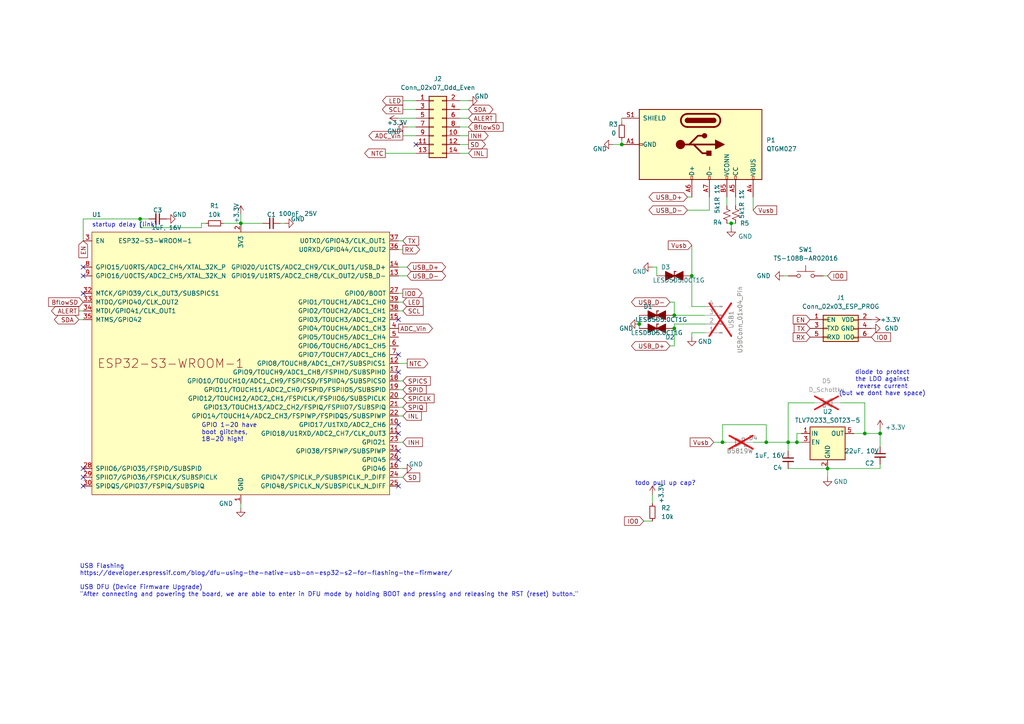
<source format=kicad_sch>
(kicad_sch (version 20250114) (generator "eeschema") (generator_version "9.0")
  (paper "A4")
  (lib_symbols
    (symbol "Connector:Conn_01x04_Pin" (pin_names (offset 1.016) (hide yes))
      (property "Reference" "J" (at 0 5.08 0))
      (property "Value" "Conn_01x04_Pin" (at 0 -7.62 0))
      (symbol "Conn_01x04_Pin_1_1"
        (rectangle (start 0.8636 2.667) (end 0 2.413) (stroke (width 0.1524)) (fill (type outline)))
        (rectangle (start 0.8636 0.127) (end 0 -0.127) (stroke (width 0.1524)) (fill (type outline)))
        (rectangle (start 0.8636 -2.413) (end 0 -2.667) (stroke (width 0.1524)) (fill (type outline)))
        (rectangle (start 0.8636 -4.953) (end 0 -5.207) (stroke (width 0.1524)) (fill (type outline)))
        (polyline (pts (xy 1.27 2.54) (xy 0.8636 2.54)) (stroke (width 0.1524)))
        (polyline (pts (xy 1.27 0) (xy 0.8636 0)) (stroke (width 0.1524)))
        (polyline (pts (xy 1.27 -2.54) (xy 0.8636 -2.54)) (stroke (width 0.1524)))
        (polyline (pts (xy 1.27 -5.08) (xy 0.8636 -5.08)) (stroke (width 0.1524)))
        (pin passive line (at 5.08 2.54 180) (length 3.81) (name "Pin_1") (number "1"))
        (pin passive line (at 5.08 0 180) (length 3.81) (name "Pin_2") (number "2"))
        (pin passive line (at 5.08 -2.54 180) (length 3.81) (name "Pin_3") (number "3"))
        (pin passive line (at 5.08 -5.08 180) (length 3.81) (name "Pin_4") (number "4"))
      )
    )
    (symbol "Connector:USB_C_Plug_USB2.0" (pin_names (offset 1.016))
      (property "Reference" "P" (at -10.16 19.05 0))
      (property "Value" "USB_C_Plug_USB2.0" (at 12.7 19.05 0))
      (symbol "USB_C_Plug_USB2.0_0_0"
        (rectangle (start -0.254 -17.78) (end 0.254 -16.764))
        (rectangle (start 10.16 15.494) (end 9.144 14.986))
        (rectangle (start 10.16 10.414) (end 9.144 9.906))
        (rectangle (start 10.16 7.874) (end 9.144 7.366))
        (rectangle (start 10.16 2.794) (end 9.144 2.286))
        (rectangle (start 10.16 -2.286) (end 9.144 -2.794))
      )
      (symbol "USB_C_Plug_USB2.0_0_1"
        (rectangle (start -10.16 17.78) (end 10.16 -17.78) (stroke (width 0.254)) (fill (type background)))
        (polyline (pts (xy -8.89 -3.81) (xy -8.89 3.81)) (stroke (width 0.508)))
        (rectangle (start -7.62 -3.81) (end -6.35 3.81) (stroke (width 0.254)) (fill (type outline)))
        (arc (start -7.62 3.81) (mid -6.985 4.4423) (end -6.35 3.81) (stroke (width 0.254)))
        (arc (start -7.62 3.81) (mid -6.985 4.4423) (end -6.35 3.81) (stroke (width 0.254)) (fill (type outline)))
        (arc (start -8.89 3.81) (mid -6.985 5.7067) (end -5.08 3.81) (stroke (width 0.508)))
        (arc (start -5.08 -3.81) (mid -6.985 -5.7067) (end -8.89 -3.81) (stroke (width 0.508)))
        (arc (start -6.35 -3.81) (mid -6.985 -4.4423) (end -7.62 -3.81) (stroke (width 0.254)))
        (arc (start -6.35 -3.81) (mid -6.985 -4.4423) (end -7.62 -3.81) (stroke (width 0.254)) (fill (type outline)))
        (polyline (pts (xy -5.08 3.81) (xy -5.08 -3.81)) (stroke (width 0.508)))
        (circle (center -2.54 1.143) (radius 0.635) (stroke (width 0.254)) (fill (type outline)))
        (polyline (pts (xy -1.27 4.318) (xy 0 6.858) (xy 1.27 4.318) (xy -1.27 4.318)) (stroke (width 0.254)) (fill (type outline)))
        (polyline (pts (xy 0 -2.032) (xy 2.54 0.508) (xy 2.54 1.778)) (stroke (width 0.508)))
        (polyline (pts (xy 0 -3.302) (xy -2.54 -0.762) (xy -2.54 0.508)) (stroke (width 0.508)))
        (polyline (pts (xy 0 -5.842) (xy 0 4.318)) (stroke (width 0.508)))
        (circle (center 0 -5.842) (radius 1.27) (fill (type outline)))
        (rectangle (start 1.905 1.778) (end 3.175 3.048) (stroke (width 0.254)) (fill (type outline)))
      )
      (symbol "USB_C_Plug_USB2.0_1_1"
        (pin passive line (at -7.62 -22.86 90) (length 5.08) (name "SHIELD") (number "S1"))
        (pin passive line (at 0 -22.86 90) (length 5.08) (name "GND") (number "A1"))
        (pin passive line (at 0 -22.86 90) (length 5.08) (hide yes) (name "GND") (number "A12"))
        (pin passive line (at 0 -22.86 90) (length 5.08) (hide yes) (name "GND") (number "B1"))
        (pin passive line (at 0 -22.86 90) (length 5.08) (hide yes) (name "GND") (number "B12"))
        (pin passive line (at 15.24 15.24 180) (length 5.08) (name "VBUS") (number "A4"))
        (pin passive line (at 15.24 15.24 180) (length 5.08) (hide yes) (name "VBUS") (number "A9"))
        (pin passive line (at 15.24 15.24 180) (length 5.08) (hide yes) (name "VBUS") (number "B4"))
        (pin passive line (at 15.24 15.24 180) (length 5.08) (hide yes) (name "VBUS") (number "B9"))
        (pin bidirectional line (at 15.24 10.16 180) (length 5.08) (name "CC") (number "A5"))
        (pin bidirectional line (at 15.24 7.62 180) (length 5.08) (name "VCONN") (number "B5"))
        (pin bidirectional line (at 15.24 2.54 180) (length 5.08) (name "D-") (number "A7"))
        (pin bidirectional line (at 15.24 -2.54 180) (length 5.08) (name "D+") (number "A6"))
      )
    )
    (symbol "Connector_Generic:Conn_02x07_Odd_Even" (pin_names (offset 1.016) (hide yes))
      (property "Reference" "J" (at 1.27 10.16 0))
      (property "Value" "Conn_02x07_Odd_Even" (at 1.27 -10.16 0))
      (symbol "Conn_02x07_Odd_Even_1_1"
        (rectangle (start -1.27 8.89) (end 3.81 -8.89) (stroke (width 0.254)) (fill (type background)))
        (rectangle (start -1.27 7.747) (end 0 7.493) (stroke (width 0.1524)))
        (rectangle (start -1.27 5.207) (end 0 4.953) (stroke (width 0.1524)))
        (rectangle (start -1.27 2.667) (end 0 2.413) (stroke (width 0.1524)))
        (rectangle (start -1.27 0.127) (end 0 -0.127) (stroke (width 0.1524)))
        (rectangle (start -1.27 -2.413) (end 0 -2.667) (stroke (width 0.1524)))
        (rectangle (start -1.27 -4.953) (end 0 -5.207) (stroke (width 0.1524)))
        (rectangle (start -1.27 -7.493) (end 0 -7.747) (stroke (width 0.1524)))
        (rectangle (start 3.81 7.747) (end 2.54 7.493) (stroke (width 0.1524)))
        (rectangle (start 3.81 5.207) (end 2.54 4.953) (stroke (width 0.1524)))
        (rectangle (start 3.81 2.667) (end 2.54 2.413) (stroke (width 0.1524)))
        (rectangle (start 3.81 0.127) (end 2.54 -0.127) (stroke (width 0.1524)))
        (rectangle (start 3.81 -2.413) (end 2.54 -2.667) (stroke (width 0.1524)))
        (rectangle (start 3.81 -4.953) (end 2.54 -5.207) (stroke (width 0.1524)))
        (rectangle (start 3.81 -7.493) (end 2.54 -7.747) (stroke (width 0.1524)))
        (pin passive line (at -5.08 7.62 0) (length 3.81) (name "Pin_1") (number "1"))
        (pin passive line (at -5.08 5.08 0) (length 3.81) (name "Pin_3") (number "3"))
        (pin passive line (at -5.08 2.54 0) (length 3.81) (name "Pin_5") (number "5"))
        (pin passive line (at -5.08 0 0) (length 3.81) (name "Pin_7") (number "7"))
        (pin passive line (at -5.08 -2.54 0) (length 3.81) (name "Pin_9") (number "9"))
        (pin passive line (at -5.08 -5.08 0) (length 3.81) (name "Pin_11") (number "11"))
        (pin passive line (at -5.08 -7.62 0) (length 3.81) (name "Pin_13") (number "13"))
        (pin passive line (at 7.62 7.62 180) (length 3.81) (name "Pin_2") (number "2"))
        (pin passive line (at 7.62 5.08 180) (length 3.81) (name "Pin_4") (number "4"))
        (pin passive line (at 7.62 2.54 180) (length 3.81) (name "Pin_6") (number "6"))
        (pin passive line (at 7.62 0 180) (length 3.81) (name "Pin_8") (number "8"))
        (pin passive line (at 7.62 -2.54 180) (length 3.81) (name "Pin_10") (number "10"))
        (pin passive line (at 7.62 -5.08 180) (length 3.81) (name "Pin_12") (number "12"))
        (pin passive line (at 7.62 -7.62 180) (length 3.81) (name "Pin_14") (number "14"))
      )
    )
    (symbol "Device:C_Small" (pin_numbers (hide yes)) (pin_names (offset 0.254) (hide yes))
      (property "Reference" "C" (at 0.254 1.778 0))
      (property "Value" "C_Small" (at 0.254 -2.032 0))
      (symbol "C_Small_0_1"
        (polyline (pts (xy -1.524 0.508) (xy 1.524 0.508)) (stroke (width 0.3048)))
        (polyline (pts (xy -1.524 -0.508) (xy 1.524 -0.508)) (stroke (width 0.3302)))
      )
      (symbol "C_Small_1_1"
        (pin passive line (at 0 2.54 270) (length 2.032) (name "~") (number "1"))
        (pin passive line (at 0 -2.54 90) (length 2.032) (name "~") (number "2"))
      )
    )
    (symbol "Device:D_Schottky" (pin_numbers (hide yes)) (pin_names (offset 1.016) (hide yes))
      (property "Reference" "D" (at 0 2.54 0))
      (property "Value" "D_Schottky" (at 0 -2.54 0))
      (symbol "D_Schottky_0_1"
        (polyline (pts (xy -1.905 0.635) (xy -1.905 1.27) (xy -1.27 1.27) (xy -1.27 -1.27) (xy -0.635 -1.27) (xy -0.635 -0.635)) (stroke (width 0.254)))
        (polyline (pts (xy 1.27 1.27) (xy 1.27 -1.27) (xy -1.27 0) (xy 1.27 1.27)) (stroke (width 0.254)))
        (polyline (pts (xy 1.27 0) (xy -1.27 0)))
      )
      (symbol "D_Schottky_1_1"
        (pin passive line (at -3.81 0 0) (length 2.54) (name "K") (number "1"))
        (pin passive line (at 3.81 0 180) (length 2.54) (name "A") (number "2"))
      )
    )
    (symbol "Device:R_Small" (pin_numbers (hide yes)) (pin_names (offset 0.254) (hide yes))
      (property "Reference" "R" (at 0.762 0.508 0))
      (property "Value" "R_Small" (at 0.762 -1.016 0))
      (symbol "R_Small_0_1"
        (rectangle (start -0.762 1.778) (end 0.762 -1.778) (stroke (width 0.2032)))
      )
      (symbol "R_Small_1_1"
        (pin passive line (at 0 2.54 270) (length 0.762) (name "~") (number "1"))
        (pin passive line (at 0 -2.54 90) (length 0.762) (name "~") (number "2"))
      )
    )
    (symbol "Device:R_Small_US" (pin_numbers (hide yes)) (pin_names (offset 0.254) (hide yes))
      (property "Reference" "R" (at 0.762 0.508 0))
      (property "Value" "R_Small_US" (at 0.762 -1.016 0))
      (symbol "R_Small_US_1_1"
        (polyline (pts (xy 0 1.524) (xy 1.016 1.143) (xy 0 0.762) (xy -1.016 0.381) (xy 0 0)))
        (polyline (pts (xy 0 0) (xy 1.016 -0.381) (xy 0 -0.762) (xy -1.016 -1.143) (xy 0 -1.524)))
        (pin passive line (at 0 2.54 270) (length 1.016) (name "~") (number "1"))
        (pin passive line (at 0 -2.54 90) (length 1.016) (name "~") (number "2"))
      )
    )
    (symbol "PCM_Diode_TVS_AKL:D_TVS_Bidirectional_Generic" (pin_numbers (hide yes)) (pin_names (offset 1.016) (hide yes))
      (property "Reference" "D" (at 0 5.08 0))
      (property "Value" "D_TVS_Bidirectional_Generic" (at 0 2.54 0))
      (symbol "D_TVS_Bidirectional_Generic_0_1"
        (polyline (pts (xy 0 1.27) (xy 0 -1.27)) (stroke (width 0.254)))
        (polyline (pts (xy 0 1.27) (xy 0.508 1.27)) (stroke (width 0.254)))
        (polyline (pts (xy 0 0) (xy -2.54 1.27) (xy -2.54 -1.27) (xy 0 0)) (stroke (width 0.254)) (fill (type outline)))
        (polyline (pts (xy 0 -1.27) (xy -0.508 -1.27)) (stroke (width 0.254)))
        (polyline (pts (xy 1.27 0) (xy -1.27 0)))
        (polyline (pts (xy 2.54 1.27) (xy 2.54 -1.27) (xy 0 0) (xy 2.54 1.27)) (stroke (width 0.254)) (fill (type outline)))
      )
      (symbol "D_TVS_Bidirectional_Generic_1_1"
        (pin passive line (at -5.08 0 0) (length 2.54) (name "K") (number "1"))
        (pin passive line (at 5.08 0 180) (length 2.54) (name "A") (number "2"))
      )
    )
    (symbol "PCM_Espressif:ESP32-S3-WROOM-1" (pin_names (offset 1.016))
      (property "Reference" "U" (at -43.18 43.18 0))
      (property "Value" "ESP32-S3-WROOM-1" (at -43.18 40.64 0))
      (symbol "ESP32-S3-WROOM-1_0_0"
        (text "ESP32-S3-WROOM-1" (at -20.32 0 0) (effects (font (size 2.54 2.54))))
        (pin input line (at -45.72 35.56 0) (length 2.54) (name "EN") (number "3"))
        (pin bidirectional line (at -45.72 27.94 0) (length 2.54) (name "GPIO15/U0RTS/ADC2_CH4/XTAL_32K_P") (number "8"))
        (pin bidirectional line (at -45.72 25.4 0) (length 2.54) (name "GPIO16/U0CTS/ADC2_CH5/XTAL_32K_N") (number "9"))
        (pin bidirectional line (at -45.72 20.32 0) (length 2.54) (name "MTCK/GPIO39/CLK_OUT3/SUBSPICS1") (number "32"))
        (pin bidirectional line (at -45.72 17.78 0) (length 2.54) (name "MTDO/GPIO40/CLK_OUT2") (number "33"))
        (pin bidirectional line (at -45.72 15.24 0) (length 2.54) (name "MTDI/GPIO41/CLK_OUT1") (number "34"))
        (pin bidirectional line (at -45.72 12.7 0) (length 2.54) (name "MTMS/GPIO42") (number "35"))
        (pin bidirectional line (at -45.72 -30.48 0) (length 2.54) (name "SPIIO6/GPIO35/FSPID/SUBSPID") (number "28"))
        (pin bidirectional line (at -45.72 -33.02 0) (length 2.54) (name "SPIIO7/GPIO36/FSPICLK/SUBSPICLK") (number "29"))
        (pin bidirectional line (at -45.72 -35.56 0) (length 2.54) (name "SPIDQS/GPIO37/FSPIQ/SUBSPIQ") (number "30"))
        (pin power_in line (at 0 40.64 270) (length 2.54) (name "3V3") (number "2"))
        (pin power_in line (at 0 -40.64 90) (length 2.54) (name "GND") (number "1"))
        (pin passive line (at 0 -40.64 90) (length 2.54) (hide yes) (name "GND") (number "40"))
        (pin passive line (at 0 -40.64 90) (length 2.54) (hide yes) (name "GND") (number "41"))
        (pin bidirectional line (at 45.72 35.56 180) (length 2.54) (name "U0TXD/GPIO43/CLK_OUT1") (number "37"))
        (pin bidirectional line (at 45.72 33.02 180) (length 2.54) (name "U0RXD/GPIO44/CLK_OUT2") (number "36"))
        (pin bidirectional line (at 45.72 27.94 180) (length 2.54) (name "GPIO20/U1CTS/ADC2_CH9/CLK_OUT1/USB_D+") (number "14"))
        (pin bidirectional line (at 45.72 25.4 180) (length 2.54) (name "GPIO19/U1RTS/ADC2_CH8/CLK_OUT2/USB_D-") (number "13"))
        (pin bidirectional line (at 45.72 20.32 180) (length 2.54) (name "GPIO0/BOOT") (number "27"))
        (pin bidirectional line (at 45.72 17.78 180) (length 2.54) (name "GPIO1/TOUCH1/ADC1_CH0") (number "39"))
        (pin bidirectional line (at 45.72 15.24 180) (length 2.54) (name "GPIO2/TOUCH2/ADC1_CH1") (number "38"))
        (pin bidirectional line (at 45.72 12.7 180) (length 2.54) (name "GPIO3/TOUCH3/ADC1_CH2") (number "15"))
        (pin bidirectional line (at 45.72 10.16 180) (length 2.54) (name "GPIO4/TOUCH4/ADC1_CH3") (number "4"))
        (pin bidirectional line (at 45.72 7.62 180) (length 2.54) (name "GPIO5/TOUCH5/ADC1_CH4") (number "5"))
        (pin bidirectional line (at 45.72 5.08 180) (length 2.54) (name "GPIO6/TOUCH6/ADC1_CH5") (number "6"))
        (pin bidirectional line (at 45.72 2.54 180) (length 2.54) (name "GPIO7/TOUCH7/ADC1_CH6") (number "7"))
        (pin bidirectional line (at 45.72 0 180) (length 2.54) (name "GPIO8/TOUCH8/ADC1_CH7/SUBSPICS1") (number "12"))
        (pin bidirectional line (at 45.72 -2.54 180) (length 2.54) (name "GPIO9/TOUCH9/ADC1_CH8/FSPIHD/SUBSPIHD") (number "17"))
        (pin bidirectional line (at 45.72 -5.08 180) (length 2.54) (name "GPIO10/TOUCH10/ADC1_CH9/FSPICS0/FSPIIO4/SUBSPICS0") (number "18"))
        (pin bidirectional line (at 45.72 -7.62 180) (length 2.54) (name "GPIO11/TOUCH11/ADC2_CH0/FSPID/FSPIIO5/SUBSPID") (number "19"))
        (pin bidirectional line (at 45.72 -10.16 180) (length 2.54) (name "GPIO12/TOUCH12/ADC2_CH1/FSPICLK/FSPIIO6/SUBSPICLK") (number "20"))
        (pin bidirectional line (at 45.72 -12.7 180) (length 2.54) (name "GPIO13/TOUCH13/ADC2_CH2/FSPIQ/FSPIIO7/SUBSPIQ") (number "21"))
        (pin bidirectional line (at 45.72 -15.24 180) (length 2.54) (name "GPIO14/TOUCH14/ADC2_CH3/FSPIWP/FSPIDQS/SUBSPIWP") (number "22"))
        (pin bidirectional line (at 45.72 -17.78 180) (length 2.54) (name "GPIO17/U1TXD/ADC2_CH6") (number "10"))
        (pin bidirectional line (at 45.72 -20.32 180) (length 2.54) (name "GPIO18/U1RXD/ADC2_CH7/CLK_OUT3") (number "11"))
        (pin bidirectional line (at 45.72 -22.86 180) (length 2.54) (name "GPIO21") (number "23"))
        (pin bidirectional line (at 45.72 -25.4 180) (length 2.54) (name "GPIO38/FSPIWP/SUBSPIWP") (number "31"))
        (pin bidirectional line (at 45.72 -27.94 180) (length 2.54) (name "GPIO45") (number "26"))
        (pin bidirectional line (at 45.72 -30.48 180) (length 2.54) (name "GPIO46") (number "16"))
        (pin bidirectional line (at 45.72 -33.02 180) (length 2.54) (name "GPIO47/SPICLK_P/SUBSPICLK_P_DIFF") (number "24"))
        (pin bidirectional line (at 45.72 -35.56 180) (length 2.54) (name "GPIO48/SPICLK_N/SUBSPICLK_N_DIFF") (number "25"))
      )
      (symbol "ESP32-S3-WROOM-1_0_1"
        (rectangle (start -43.18 38.1) (end 43.18 -38.1) (fill (type background)))
      )
    )
    (symbol "Regulator_Linear:TLV70233_SOT23-5" (pin_names (offset 0.254))
      (property "Reference" "U" (at -3.81 5.715 0))
      (property "Value" "TLV70233_SOT23-5" (at 0 5.715 0))
      (symbol "TLV70233_SOT23-5_0_1"
        (rectangle (start -5.08 4.445) (end 5.08 -5.08) (stroke (width 0.254)) (fill (type background)))
      )
      (symbol "TLV70233_SOT23-5_1_1"
        (pin power_in line (at -7.62 2.54 0) (length 2.54) (name "IN") (number "1"))
        (pin input line (at -7.62 0 0) (length 2.54) (name "EN") (number "3"))
        (pin power_in line (at 0 -7.62 90) (length 2.54) (name "GND") (number "2"))
        (pin no_connect line (at 5.08 0 180) (length 2.54) (hide yes) (name "NC") (number "4"))
        (pin power_out line (at 7.62 2.54 180) (length 2.54) (name "OUT") (number "5"))
      )
    )
    (symbol "Switch:SW_Push" (pin_numbers (hide yes)) (pin_names (offset 1.016) (hide yes))
      (property "Reference" "SW" (at 1.27 2.54 0))
      (property "Value" "SW_Push" (at 0 -1.524 0))
      (symbol "SW_Push_0_1"
        (circle (center -2.032 0) (radius 0.508))
        (polyline (pts (xy 0 1.27) (xy 0 3.048)))
        (circle (center 2.032 0) (radius 0.508))
        (polyline (pts (xy 2.54 1.27) (xy -2.54 1.27)))
        (pin passive line (at -5.08 0 0) (length 2.54) (name "1") (number "1"))
        (pin passive line (at 5.08 0 180) (length 2.54) (name "2") (number "2"))
      )
    )
    (symbol "open-pe:Conn_02x03_ESP_PROG" (pin_names (offset 1.016))
      (property "Reference" "J" (at 1.27 5.08 0))
      (property "Value" "Conn_02x03_ESP_PROG" (at 1.27 -5.08 0))
      (symbol "Conn_02x03_ESP_PROG_1_1"
        (rectangle (start -1.27 3.81) (end 8.89 -3.81) (stroke (width 0.254)) (fill (type background)))
        (rectangle (start -1.27 2.667) (end 0 2.413) (stroke (width 0.1524)))
        (rectangle (start -1.27 0.127) (end 0 -0.127) (stroke (width 0.1524)))
        (rectangle (start -1.27 -2.413) (end 0 -2.667) (stroke (width 0.1524)))
        (rectangle (start 7.62 2.54) (end 8.89 2.286) (stroke (width 0.1524)))
        (rectangle (start 7.62 0) (end 8.89 -0.254) (stroke (width 0.1524)))
        (rectangle (start 7.62 -2.54) (end 8.89 -2.794) (stroke (width 0.1524)))
        (pin passive line (at -5.08 2.54 0) (length 3.81) (name "EN") (number "1"))
        (pin passive line (at -5.08 0 0) (length 3.81) (name "TXD") (number "3"))
        (pin passive line (at -5.08 -2.54 0) (length 3.81) (name "RXD") (number "5"))
        (pin passive line (at 12.7 2.54 180) (length 3.81) (name "VDD") (number "2"))
        (pin passive line (at 12.7 0 180) (length 3.81) (name "GND") (number "4"))
        (pin passive line (at 12.7 -2.54 180) (length 3.81) (name "IO0") (number "6"))
      )
    )
    (symbol "power:+3.3V" (power) (pin_names (offset 0))
      (property "Value" "+3.3V" (at 0 3.556 0))
      (symbol "+3.3V_0_1"
        (polyline (pts (xy -0.762 1.27) (xy 0 2.54)))
        (polyline (pts (xy 0 2.54) (xy 0.762 1.27)))
        (polyline (pts (xy 0 0) (xy 0 2.54)))
      )
      (symbol "+3.3V_1_1"
        (pin power_in line (at 0 0 90) (length 0) (hide yes) (name "+3.3V") (number "1"))
      )
    )
    (symbol "power:GND" (power) (pin_names (offset 0))
      (property "Value" "GND" (at 0 -3.81 0))
      (symbol "GND_0_1"
        (polyline (pts (xy 0 0) (xy 0 -1.27) (xy 1.27 -1.27) (xy 0 -2.54) (xy -1.27 -1.27) (xy 0 -1.27)))
      )
      (symbol "GND_1_1"
        (pin power_in line (at 0 0 270) (length 0) (hide yes) (name "GND") (number "1"))
      )
    )
  )
  (text "startup delay (link)" (at 26.67 66.04 0) (effects (font (size 1.27 1.27)) (justify left bottom)))
  (text "diode to protect\nthe LDO against\nreverse current\n(but we dont have space)" (at 255.905 111.125 0) (effects (font (size 1.27 1.27))))
  (text "GPIO 1-20 have\nboot glitches,\n18-20 high!" (at 58.42 128.27 0) (effects (font (size 1.27 1.27)) (justify left bottom)))
  (text "todo pull up cap?\n" (at 184.15 140.97 0) (effects (font (size 1.27 1.27)) (justify left bottom)))
  (text "USB Flashing\nhttps://developer.espressif.com/blog/dfu-using-the-native-usb-on-esp32-s2-for-flashing-the-firmware/\n\nUSB DFU (Device Firmware Upgrade)\n\"After connecting and powering the board, we are able to enter in DFU mode by holding BOOT and pressing and releasing the RST (reset) button.\"" (at 23.114 168.402 0) (effects (font (size 1.27 1.27)) (justify left)))
  (junction (at 231.14 128.27))
  (junction (at 195.58 95.25))
  (junction (at 212.09 64.77))
  (junction (at 209.55 128.27))
  (junction (at 40.64 63.5))
  (junction (at 180.34 41.91))
  (junction (at 69.85 64.77))
  (junction (at 250.825 125.73))
  (junction (at 185.42 93.98))
  (junction (at 255.27 125.73))
  (junction (at 228.6 128.27))
  (junction (at 222.25 128.27))
  (junction (at 200.66 80.01))
  (junction (at 240.03 135.89))
  (junction (at 195.58 91.44))
  (no_connect (at 24.13 135.89))
  (no_connect (at 24.13 138.43))
  (no_connect (at 115.57 130.81))
  (no_connect (at 24.13 77.47))
  (no_connect (at 120.65 41.91))
  (no_connect (at 115.57 133.35))
  (no_connect (at 115.57 102.87))
  (no_connect (at 115.57 123.19))
  (no_connect (at 24.13 140.97))
  (no_connect (at 115.57 140.97))
  (no_connect (at 115.57 107.95))
  (no_connect (at 115.57 92.71))
  (no_connect (at 24.13 85.09))
  (no_connect (at 115.57 125.73))
  (no_connect (at 24.13 80.01))
  (wire (pts (xy 116.84 39.37) (xy 120.65 39.37)))
  (wire (pts (xy 210.82 64.77) (xy 212.09 64.77)))
  (wire (pts (xy 200.66 96.52) (xy 204.47 96.52)))
  (wire (pts (xy 255.27 125.73) (xy 255.27 129.54)))
  (wire (pts (xy 115.57 135.89) (xy 116.84 135.89)))
  (wire (pts (xy 231.14 125.73) (xy 231.14 128.27)))
  (wire (pts (xy 232.41 125.73) (xy 231.14 125.73)))
  (wire (pts (xy 133.35 31.75) (xy 135.89 31.75)))
  (wire (pts (xy 250.825 125.73) (xy 255.27 125.73)))
  (wire (pts (xy 24.13 63.5) (xy 40.64 63.5)))
  (wire (pts (xy 240.03 135.89) (xy 240.03 138.43)))
  (wire (pts (xy 199.39 60.96) (xy 205.74 60.96)))
  (wire (pts (xy 205.74 57.15) (xy 205.74 60.96)))
  (wire (pts (xy 200.66 80.01) (xy 200.66 88.9)))
  (wire (pts (xy 190.5 77.47) (xy 190.5 80.01)))
  (wire (pts (xy 115.57 85.09) (xy 116.84 85.09)))
  (wire (pts (xy 200.66 88.9) (xy 204.47 88.9)))
  (wire (pts (xy 111.76 44.45) (xy 120.65 44.45)))
  (wire (pts (xy 209.55 128.27) (xy 210.82 128.27)))
  (wire (pts (xy 218.44 128.27) (xy 222.25 128.27)))
  (wire (pts (xy 69.85 64.77) (xy 69.85 66.04)))
  (wire (pts (xy 115.57 113.03) (xy 116.84 113.03)))
  (wire (pts (xy 58.42 66.04) (xy 40.64 66.04)))
  (wire (pts (xy 236.22 116.84) (xy 228.6 116.84)))
  (wire (pts (xy 40.64 66.04) (xy 40.64 63.5)))
  (wire (pts (xy 115.57 105.41) (xy 118.11 105.41)))
  (wire (pts (xy 69.85 62.23) (xy 69.85 64.77)))
  (wire (pts (xy 115.57 77.47) (xy 118.11 77.47)))
  (wire (pts (xy 222.25 128.27) (xy 228.6 128.27)))
  (wire (pts (xy 115.57 120.65) (xy 116.84 120.65)))
  (wire (pts (xy 193.04 91.44) (xy 195.58 91.44)))
  (wire (pts (xy 204.47 93.98) (xy 195.58 93.98)))
  (wire (pts (xy 189.23 143.51) (xy 189.23 146.05)))
  (wire (pts (xy 212.09 64.77) (xy 212.09 66.04)))
  (wire (pts (xy 227.33 80.01) (xy 228.6 80.01)))
  (wire (pts (xy 209.55 123.19) (xy 222.25 123.19)))
  (wire (pts (xy 115.57 118.11) (xy 116.84 118.11)))
  (wire (pts (xy 213.36 57.15) (xy 213.36 59.69)))
  (wire (pts (xy 115.57 110.49) (xy 116.84 110.49)))
  (wire (pts (xy 238.76 80.01) (xy 240.03 80.01)))
  (wire (pts (xy 194.31 100.33) (xy 195.58 100.33)))
  (wire (pts (xy 228.6 135.89) (xy 240.03 135.89)))
  (wire (pts (xy 58.42 64.77) (xy 59.69 64.77)))
  (wire (pts (xy 199.39 57.15) (xy 200.66 57.15)))
  (wire (pts (xy 243.84 116.84) (xy 250.825 116.84)))
  (wire (pts (xy 189.23 77.47) (xy 190.5 77.47)))
  (wire (pts (xy 200.66 71.12) (xy 200.66 80.01)))
  (wire (pts (xy 115.57 72.39) (xy 116.84 72.39)))
  (wire (pts (xy 133.35 29.21) (xy 135.89 29.21)))
  (wire (pts (xy 115.57 138.43) (xy 116.84 138.43)))
  (wire (pts (xy 133.35 39.37) (xy 135.89 39.37)))
  (wire (pts (xy 115.57 34.29) (xy 120.65 34.29)))
  (wire (pts (xy 115.57 128.27) (xy 116.84 128.27)))
  (wire (pts (xy 207.01 128.27) (xy 209.55 128.27)))
  (wire (pts (xy 185.42 93.98) (xy 185.42 95.25)))
  (wire (pts (xy 194.31 87.63) (xy 195.58 87.63)))
  (wire (pts (xy 210.82 57.15) (xy 210.82 59.69)))
  (wire (pts (xy 180.34 40.64) (xy 180.34 41.91)))
  (wire (pts (xy 185.42 91.44) (xy 185.42 93.98)))
  (wire (pts (xy 195.58 91.44) (xy 204.47 91.44)))
  (wire (pts (xy 228.6 116.84) (xy 228.6 128.27)))
  (wire (pts (xy 81.28 64.77) (xy 82.55 64.77)))
  (wire (pts (xy 195.58 93.98) (xy 195.58 95.25)))
  (wire (pts (xy 69.85 64.77) (xy 76.2 64.77)))
  (wire (pts (xy 24.13 63.5) (xy 24.13 69.85)))
  (wire (pts (xy 116.84 90.17) (xy 115.57 90.17)))
  (wire (pts (xy 40.64 63.5) (xy 43.18 63.5)))
  (wire (pts (xy 218.44 57.15) (xy 218.44 60.96)))
  (wire (pts (xy 177.8 41.91) (xy 180.34 41.91)))
  (wire (pts (xy 186.69 151.13) (xy 189.23 151.13)))
  (wire (pts (xy 255.27 134.62) (xy 255.27 135.89)))
  (wire (pts (xy 231.14 128.27) (xy 232.41 128.27)))
  (wire (pts (xy 195.58 95.25) (xy 195.58 100.33)))
  (wire (pts (xy 133.35 44.45) (xy 135.89 44.45)))
  (wire (pts (xy 195.58 87.63) (xy 195.58 91.44)))
  (wire (pts (xy 212.09 64.77) (xy 213.36 64.77)))
  (wire (pts (xy 180.34 34.29) (xy 180.34 35.56)))
  (wire (pts (xy 22.86 90.17) (xy 24.13 90.17)))
  (wire (pts (xy 115.57 115.57) (xy 116.84 115.57)))
  (wire (pts (xy 115.57 69.85) (xy 116.84 69.85)))
  (wire (pts (xy 22.86 92.71) (xy 24.13 92.71)))
  (wire (pts (xy 58.42 66.04) (xy 58.42 64.77)))
  (wire (pts (xy 255.27 124.46) (xy 255.27 125.73)))
  (wire (pts (xy 133.35 41.91) (xy 135.89 41.91)))
  (wire (pts (xy 115.57 87.63) (xy 116.84 87.63)))
  (wire (pts (xy 200.66 97.79) (xy 200.66 96.52)))
  (wire (pts (xy 116.84 31.75) (xy 120.65 31.75)))
  (wire (pts (xy 250.825 116.84) (xy 250.825 125.73)))
  (wire (pts (xy 133.35 36.83) (xy 135.89 36.83)))
  (wire (pts (xy 69.85 146.05) (xy 69.85 147.32)))
  (wire (pts (xy 133.35 34.29) (xy 135.89 34.29)))
  (wire (pts (xy 118.11 36.83) (xy 120.65 36.83)))
  (wire (pts (xy 228.6 128.27) (xy 231.14 128.27)))
  (wire (pts (xy 115.57 80.01) (xy 118.11 80.01)))
  (wire (pts (xy 64.77 64.77) (xy 69.85 64.77)))
  (wire (pts (xy 222.25 123.19) (xy 222.25 128.27)))
  (wire (pts (xy 116.84 29.21) (xy 120.65 29.21)))
  (wire (pts (xy 240.03 135.89) (xy 255.27 135.89)))
  (wire (pts (xy 228.6 128.27) (xy 228.6 130.81)))
  (wire (pts (xy 209.55 128.27) (xy 209.55 123.19)))
  (wire (pts (xy 247.65 125.73) (xy 250.825 125.73)))
  (global_label "IO0" (shape input) (at 186.69 151.13 180) (property "Intersheetrefs" "${INTERSHEET_REFS}" (effects (hide yes))))
  (global_label "USB_D+" (shape bidirectional) (at 199.39 57.15 180) (property "Intersheetrefs" "${INTERSHEET_REFS}" (effects (hide yes))))
  (global_label "RX" (shape output) (at 116.84 72.39 0) (property "Intersheetrefs" "${INTERSHEET_REFS}" (effects (hide yes))))
  (global_label "LED" (shape output) (at 116.84 29.21 180) (property "Intersheetrefs" "${INTERSHEET_REFS}" (effects (hide yes))))
  (global_label "SPIQ" (shape input) (at 116.84 118.11 0) (property "Intersheetrefs" "${INTERSHEET_REFS}" (effects (hide yes))))
  (global_label "SCL" (shape output) (at 116.84 31.75 180) (property "Intersheetrefs" "${INTERSHEET_REFS}" (effects (hide yes))))
  (global_label "TX" (shape input) (at 116.84 69.85 0) (property "Intersheetrefs" "${INTERSHEET_REFS}" (effects (hide yes))))
  (global_label "USB_D+" (shape bidirectional) (at 194.31 100.33 180) (property "Intersheetrefs" "${INTERSHEET_REFS}" (effects (hide yes))))
  (global_label "SPID" (shape input) (at 116.84 113.03 0) (property "Intersheetrefs" "${INTERSHEET_REFS}" (effects (hide yes))))
  (global_label "SD" (shape output) (at 135.89 41.91 0) (property "Intersheetrefs" "${INTERSHEET_REFS}" (effects (hide yes))))
  (global_label "LED" (shape input) (at 116.84 87.63 0) (property "Intersheetrefs" "${INTERSHEET_REFS}" (effects (hide yes))))
  (global_label "INL" (shape input) (at 135.89 44.45 0) (property "Intersheetrefs" "${INTERSHEET_REFS}" (effects (hide yes))))
  (global_label "BflowSD" (shape input) (at 135.89 36.83 0) (property "Intersheetrefs" "${INTERSHEET_REFS}" (effects (hide yes))))
  (global_label "ADC_Vin" (shape output) (at 115.57 95.25 0) (property "Intersheetrefs" "${INTERSHEET_REFS}" (effects (hide yes))))
  (global_label "IO0" (shape input) (at 252.73 97.79 0) (property "Intersheetrefs" "${INTERSHEET_REFS}" (effects (hide yes))))
  (global_label "NTC" (shape output) (at 111.76 44.45 180) (property "Intersheetrefs" "${INTERSHEET_REFS}" (effects (hide yes))))
  (global_label "SDA" (shape bidirectional) (at 135.89 31.75 0) (property "Intersheetrefs" "${INTERSHEET_REFS}" (effects (hide yes))))
  (global_label "RX" (shape input) (at 234.95 97.79 180) (property "Intersheetrefs" "${INTERSHEET_REFS}" (effects (hide yes))))
  (global_label "SDA" (shape bidirectional) (at 22.86 92.71 180) (property "Intersheetrefs" "${INTERSHEET_REFS}" (effects (hide yes))))
  (global_label "NTC" (shape output) (at 118.11 105.41 0) (property "Intersheetrefs" "${INTERSHEET_REFS}" (effects (hide yes))))
  (global_label "Vusb" (shape input) (at 207.01 128.27 180) (property "Intersheetrefs" "${INTERSHEET_REFS}" (effects (hide yes))))
  (global_label "INH" (shape input) (at 116.84 128.27 0) (property "Intersheetrefs" "${INTERSHEET_REFS}" (effects (hide yes))))
  (global_label "Vusb" (shape input) (at 218.44 60.96 0) (property "Intersheetrefs" "${INTERSHEET_REFS}" (effects (hide yes))))
  (global_label "SPICLK" (shape input) (at 116.84 115.57 0) (property "Intersheetrefs" "${INTERSHEET_REFS}" (effects (hide yes))))
  (global_label "USB_D-" (shape bidirectional) (at 194.31 87.63 180) (property "Intersheetrefs" "${INTERSHEET_REFS}" (effects (hide yes))))
  (global_label "ALERT" (shape output) (at 22.86 90.17 180) (property "Intersheetrefs" "${INTERSHEET_REFS}" (effects (hide yes))))
  (global_label "Vusb" (shape input) (at 200.66 71.12 180) (property "Intersheetrefs" "${INTERSHEET_REFS}" (effects (hide yes))))
  (global_label "EN" (shape input) (at 234.95 92.71 180) (property "Intersheetrefs" "${INTERSHEET_REFS}" (effects (hide yes))))
  (global_label "USB_D+" (shape bidirectional) (at 118.11 77.47 0) (property "Intersheetrefs" "${INTERSHEET_REFS}" (effects (hide yes))))
  (global_label "EN" (shape input) (at 24.13 69.85 270) (property "Intersheetrefs" "${INTERSHEET_REFS}" (effects (hide yes))))
  (global_label "ADC_Vin" (shape output) (at 116.84 39.37 180) (property "Intersheetrefs" "${INTERSHEET_REFS}" (effects (hide yes))))
  (global_label "TX" (shape input) (at 234.95 95.25 180) (property "Intersheetrefs" "${INTERSHEET_REFS}" (effects (hide yes))))
  (global_label "IO0" (shape output) (at 116.84 85.09 0) (property "Intersheetrefs" "${INTERSHEET_REFS}" (effects (hide yes))))
  (global_label "INL" (shape input) (at 116.84 120.65 0) (property "Intersheetrefs" "${INTERSHEET_REFS}" (effects (hide yes))))
  (global_label "SCL" (shape input) (at 116.84 90.17 0) (property "Intersheetrefs" "${INTERSHEET_REFS}" (effects (hide yes))))
  (global_label "ALERT" (shape input) (at 135.89 34.29 0) (property "Intersheetrefs" "${INTERSHEET_REFS}" (effects (hide yes))))
  (global_label "USB_D-" (shape bidirectional) (at 118.11 80.01 0) (property "Intersheetrefs" "${INTERSHEET_REFS}" (effects (hide yes))))
  (global_label "USB_D-" (shape bidirectional) (at 199.39 60.96 180) (property "Intersheetrefs" "${INTERSHEET_REFS}" (effects (hide yes))))
  (global_label "IO0" (shape input) (at 240.03 80.01 0) (property "Intersheetrefs" "${INTERSHEET_REFS}" (effects (hide yes))))
  (global_label "INH" (shape output) (at 135.89 39.37 0) (property "Intersheetrefs" "${INTERSHEET_REFS}" (effects (hide yes))))
  (global_label "SPICS" (shape input) (at 116.84 110.49 0) (property "Intersheetrefs" "${INTERSHEET_REFS}" (effects (hide yes))))
  (global_label "SD" (shape input) (at 116.84 138.43 0) (property "Intersheetrefs" "${INTERSHEET_REFS}" (effects (hide yes))))
  (global_label "BflowSD" (shape input) (at 24.13 87.63 180) (property "Intersheetrefs" "${INTERSHEET_REFS}" (effects (hide yes))))
  (symbol (lib_id "PCM_Diode_TVS_AKL:D_TVS_Bidirectional_Generic") (at 190.5 95.25 180) (unit 1)
    (property "Reference" "D2" (at 194.31 97.79 0))
    (property "Value" "LESD5D5.0CT1G" (at 190.5 96.52 0))
    (property "Footprint" "Diode_SMD:D_SOD-523" (effects (hide yes)))
    (property "Datasheet" "https://www.lcsc.com/datasheet/lcsc_datasheet_1912111437_LRC-LESD5D5-0CT1G_C383211.pdf" (effects (hide yes)))
    (property "LCSC" "C383211" (effects (hide yes)))
    (property "MPN" "LESD5D5.0CT1G" (effects (hide yes)))
  )
  (symbol (lib_id "power:+3.3V") (at 252.73 92.71 270) (mirror x) (unit 1)
    (property "Reference" "#PWR015" (effects (hide yes)))
    (property "Value" "+3.3V" (at 255.27 92.71 90) (effects (justify left)))
  )
  (symbol (lib_id "power:GND") (at 135.89 29.21 90) (unit 1)
    (property "Reference" "#PWR014" (effects (hide yes)))
    (property "Value" "GND" (at 139.7 27.94 90))
  )
  (symbol (lib_id "Device:D_Schottky") (at 240.03 116.84 0) (unit 1) (exclude_from_sim yes) (in_bom no) (on_board no) (dnp yes)
    (property "Reference" "D5" (at 239.7125 110.49 0))
    (property "Value" "D_Schottky" (at 239.7125 113.03 0))
    (property "Footprint" "Diode_SMD:D_SOD-123" (effects (hide yes)))
    (property "Description" "Schottky diode" (effects (hide yes)))
  )
  (symbol (lib_id "Connector:USB_C_Plug_USB2.0") (at 203.2 41.91 270) (unit 1) (exclude_from_sim yes)
    (property "Reference" "P1" (at 222.25 40.64 90) (effects (justify left)))
    (property "Value" "QTGM027" (at 222.25 43.18 90) (effects (justify left)))
    (property "Footprint" "open-pe:USB_C_Receptacle_GCT_USB4110" (effects (hide yes)))
    (property "Datasheet" "https://www.lcsc.com/datasheet/lcsc_datasheet_2102241736_SHOU-HAN-TYPE-C-16P-QTGM027_C2681552.pdf" (effects (hide yes)))
    (property "LCSC" "C2681552" (effects (hide yes)))
    (property "MPN" "SHOU HAN TYPE-C 16P QTGM027" (effects (hide yes)))
  )
  (symbol (lib_id "Device:R_Small_US") (at 210.82 62.23 0) (unit 1)
    (property "Reference" "R4" (at 206.756 64.516 0) (effects (justify left)))
    (property "Value" "5k1R 1%" (at 208.026 61.976 90) (effects (justify left)))
    (property "Footprint" "Resistor_SMD:R_0402_1005Metric" (effects (hide yes)))
    (property "LCSC" "C25905" (effects (hide yes)))
    (property "MPN" "5k1R 1%" (effects (hide yes)))
  )
  (symbol (lib_id "Device:R_Small") (at 189.23 148.59 0) (unit 1)
    (property "Reference" "R2" (at 191.77 147.32 0) (effects (justify left)))
    (property "Value" "10k" (at 191.77 149.86 0) (effects (justify left)))
    (property "Footprint" "Resistor_SMD:R_0805_2012Metric" (effects (hide yes)))
    (property "MPN" "10k" (effects (hide yes)))
  )
  (symbol (lib_id "power:GND") (at 189.23 77.47 270) (unit 1)
    (property "Reference" "#PWR02" (effects (hide yes)))
    (property "Value" "GND" (at 185.42 78.74 90))
  )
  (symbol (lib_id "power:+3.3V") (at 255.27 124.46 0) (mirror y) (unit 1)
    (property "Reference" "#PWR012" (effects (hide yes)))
    (property "Value" "+3.3V" (at 262.636 123.952 0) (effects (justify left)))
  )
  (symbol (lib_id "power:GND") (at 116.84 135.89 90) (unit 1)
    (property "Reference" "#PWR07" (effects (hide yes)))
    (property "Value" "GND" (at 120.65 134.62 90))
  )
  (symbol (lib_id "Device:C_Small") (at 45.72 63.5 270) (unit 1)
    (property "Reference" "C3" (at 45.72 60.96 90))
    (property "Value" "1uF, 16V" (at 48.26 66.04 90))
    (property "Footprint" "Capacitor_SMD:C_0805_2012Metric" (effects (hide yes)))
    (property "MPN" "1uF, 16V" (effects (hide yes)))
  )
  (symbol (lib_id "power:GND") (at 240.03 138.43 0) (unit 1)
    (property "Reference" "#PWR010" (effects (hide yes)))
    (property "Value" "GND" (at 243.84 139.7 0))
  )
  (symbol (lib_id "power:GND") (at 69.85 147.32 0) (unit 1)
    (property "Reference" "#PWR05" (effects (hide yes)))
    (property "Value" "GND" (at 65.532 146.05 0))
  )
  (symbol (lib_id "Device:D_Schottky") (at 214.63 128.27 180) (unit 1) (exclude_from_sim yes) (in_bom no) (on_board no) (dnp yes)
    (property "Reference" "D4" (at 218.44 127 0))
    (property "Value" "B5819W" (at 214.63 130.81 0))
    (property "Footprint" "Diode_SMD:D_SOD-123" (effects (hide yes)))
    (property "Datasheet" "https://www.lcsc.com/datasheet/lcsc_datasheet_2304140030_Jiangsu-Changjing-Electronics-Technology-Co---Ltd--B5819W-SL_C8598.pdf" (effects (hide yes)))
    (property "LCSC" "C8598" (effects (hide yes)))
    (property "MPN" "DNP" (effects (hide yes)))
  )
  (symbol (lib_id "Device:R_Small_US") (at 213.36 62.23 0) (unit 1)
    (property "Reference" "R5" (at 214.63 64.77 0) (effects (justify left)))
    (property "Value" "5k1R 1%" (at 215.138 63.5 90) (effects (justify left)))
    (property "Footprint" "Resistor_SMD:R_0402_1005Metric" (effects (hide yes)))
    (property "LCSC" "C25905" (effects (hide yes)))
    (property "MPN" "5k1R 1%" (effects (hide yes)))
  )
  (symbol (lib_id "power:GND") (at 227.33 80.01 270) (unit 1)
    (property "Reference" "#PWR019" (effects (hide yes)))
    (property "Value" "GND" (at 223.52 80.0099 90) (effects (justify right)))
  )
  (symbol (lib_id "power:GND") (at 177.8 41.91 270) (unit 1)
    (property "Reference" "#PWR017" (effects (hide yes)))
    (property "Value" "GND" (at 173.99 43.18 90))
  )
  (symbol (lib_id "power:+3.3V") (at 189.23 143.51 0) (mirror y) (unit 1)
    (property "Reference" "#PWR013" (effects (hide yes)))
    (property "Value" "+3.3V" (at 191.77 146.05 90) (effects (justify left)))
  )
  (symbol (lib_id "PCM_Espressif:ESP32-S3-WROOM-1") (at 69.85 105.41 0) (unit 1)
    (property "Reference" "U1" (at 26.67 62.23 0) (effects (justify left)))
    (property "Value" "ESP32-S3-WROOM-1" (at 34.29 69.85 0) (effects (justify left)))
    (property "Footprint" "open-pe:ESP32-S3-WROOM-1-noPIN15" (effects (hide yes)))
    (property "Datasheet" "https://www.espressif.com/sites/default/files/documentation/esp32-s3-wroom-1_wroom-1u_datasheet_en.pdf" (effects (hide yes)))
    (property "MPN" "ESP32-S3-WROOM-1U-N4" (effects (hide yes)))
  )
  (symbol (lib_id "Device:C_Small") (at 255.27 132.08 0) (unit 1)
    (property "Reference" "C2" (at 252.222 134.366 0))
    (property "Value" "22uF, 10V" (at 249.936 130.81 0))
    (property "Footprint" "Capacitor_SMD:C_0603_1608Metric_Pad1.08x0.95mm_HandSolder" (effects (hide yes)))
    (property "MPN" "1uF, 16V" (effects (hide yes)))
    (property "Digikey" "CL10A226MP8NUNE" (effects (hide yes)))
  )
  (symbol (lib_id "power:GND") (at 118.11 36.83 270) (unit 1)
    (property "Reference" "#PWR09" (effects (hide yes)))
    (property "Value" "GND" (at 114.3 38.1 90))
  )
  (symbol (lib_id "power:GND") (at 82.55 64.77 90) (unit 1)
    (property "Reference" "#PWR06" (effects (hide yes)))
    (property "Value" "GND" (at 86.36 63.5 90))
  )
  (symbol (lib_id "power:GND") (at 200.66 97.79 0) (unit 1)
    (property "Reference" "#PWR011" (effects (hide yes)))
    (property "Value" "GND" (at 204.47 99.06 0))
  )
  (symbol (lib_id "power:GND") (at 185.42 93.98 270) (unit 1)
    (property "Reference" "#PWR01" (effects (hide yes)))
    (property "Value" "GND" (at 181.61 95.25 90))
  )
  (symbol (lib_id "power:+3.3V") (at 115.57 34.29 90) (mirror x) (unit 1)
    (property "Reference" "#PWR08" (effects (hide yes)))
    (property "Value" "+3.3V" (at 118.11 35.56 90) (effects (justify left)))
  )
  (symbol (lib_id "Switch:SW_Push") (at 233.68 80.01 0) (unit 1)
    (property "Reference" "SW1" (at 233.68 72.39 0))
    (property "Value" "TS-1088-AR02016" (at 233.68 74.93 0))
    (property "Footprint" "Button_Switch_SMD:SW_Push_SPST_NO_Alps_SKRK" (effects (hide yes)))
    (property "Description" "Push button switch, generic, two pins" (effects (hide yes)))
    (property "LCSC" "C720477" (effects (hide yes)))
    (property "MPN" "XUNPU TS-1088-AR02016" (effects (hide yes)))
    (property "Footprint_alt" "Button_Switch_SMD:SW_SPST_B3U-1000P" (effects (hide yes)))
  )
  (symbol (lib_id "Device:C_Small") (at 228.6 133.35 0) (unit 1)
    (property "Reference" "C4" (at 225.552 135.636 0))
    (property "Value" "1uF, 16V" (at 223.266 132.08 0))
    (property "Footprint" "Capacitor_SMD:C_0805_2012Metric" (effects (hide yes)))
    (property "MPN" "1uF, 16V" (effects (hide yes)))
  )
  (symbol (lib_id "PCM_Diode_TVS_AKL:D_TVS_Bidirectional_Generic") (at 195.58 80.01 180) (unit 1)
    (property "Reference" "D3" (at 193.04 77.47 0))
    (property "Value" "LESD5D5.0CT1G" (at 196.85 81.28 0))
    (property "Footprint" "Diode_SMD:D_SOD-523" (effects (hide yes)))
    (property "Datasheet" "https://www.lcsc.com/datasheet/lcsc_datasheet_1912111437_LRC-LESD5D5-0CT1G_C383211.pdf" (effects (hide yes)))
    (property "LCSC" "C383211" (effects (hide yes)))
    (property "MPN" "LESD5D5.0CT1G" (effects (hide yes)))
  )
  (symbol (lib_id "PCM_Diode_TVS_AKL:D_TVS_Bidirectional_Generic") (at 190.5 91.44 180) (unit 1)
    (property "Reference" "D1" (at 187.96 88.9 0))
    (property "Value" "LESD5D5.0CT1G" (at 191.77 92.71 0))
    (property "Footprint" "Diode_SMD:D_SOD-523" (effects (hide yes)))
    (property "Datasheet" "https://www.lcsc.com/datasheet/lcsc_datasheet_1912111437_LRC-LESD5D5-0CT1G_C383211.pdf" (effects (hide yes)))
    (property "LCSC" "C383211" (effects (hide yes)))
    (property "MPN" "LESD5D5.0CT1G" (effects (hide yes)))
  )
  (symbol (lib_id "power:GND") (at 252.73 95.25 90) (unit 1)
    (property "Reference" "#PWR016" (effects (hide yes)))
    (property "Value" "GND" (at 256.54 95.25 90) (effects (justify right)))
  )
  (symbol (lib_id "Regulator_Linear:TLV70233_SOT23-5") (at 240.03 128.27 0) (unit 1)
    (property "Reference" "U2" (at 240.03 119.38 0))
    (property "Value" "TLV70233_SOT23-5" (at 240.03 121.92 0))
    (property "Footprint" "Package_TO_SOT_SMD:SOT-23-5" (effects (hide yes)))
    (property "Datasheet" "http://www.ti.com/lit/ds/symlink/tlv702.pdf" (effects (hide yes)))
    (property "Description" "300mA Low Dropout Voltage Regulator, Fixed Output 3.3V, SOT-23-5" (effects (hide yes)))
    (property "LCSC" "C26833" (effects (hide yes)))
    (property "MPN" "TLV70233DBVR" (effects (hide yes)))
  )
  (symbol (lib_id "open-pe:Conn_02x03_ESP_PROG") (at 240.03 95.25 0) (unit 1)
    (property "Reference" "J1" (at 243.84 86.36 0))
    (property "Value" "Conn_02x03_ESP_PROG" (at 243.84 88.9 0))
    (property "Footprint" "Connector_PinHeader_2.54mm:PinHeader_2x03_P2.54mm_Vertical" (effects (hide yes)))
    (property "Datasheet" "https://media.digikey.com/pdf/Data%20Sheets/Espressif%20PDFs/Intro_to_the_ESP-Prog_Brd_Web.pdf" (effects (hide yes)))
    (property "MPN" "DNP" (effects (hide yes)))
  )
  (symbol (lib_id "Connector:Conn_01x04_Pin") (at 209.55 93.98 180) (unit 1) (dnp yes)
    (property "Reference" "USB1" (at 212.09 92.71 90))
    (property "Value" "USBConn_01x04_Pin" (at 214.63 92.71 90))
    (property "Footprint" "Connector_PinHeader_2.54mm:PinHeader_1x04_P2.54mm_Vertical" (effects (hide yes)))
    (property "MPN" "DNP" (effects (hide yes)))
  )
  (symbol (lib_id "Device:R_Small") (at 180.34 38.1 0) (unit 1)
    (property "Reference" "R3" (at 176.53 36.068 0) (effects (justify left)))
    (property "Value" "0" (at 177.292 38.608 0) (effects (justify left)))
    (property "Footprint" "Resistor_SMD:R_0402_1005Metric" (effects (hide yes)))
    (property "Description" "Resistor, small symbol" (effects (hide yes)))
    (property "LCSC" "C17168" (effects (hide yes)))
    (property "MPN" "0" (effects (hide yes)))
  )
  (symbol (lib_id "Connector_Generic:Conn_02x07_Odd_Even") (at 125.73 36.83 0) (unit 1)
    (property "Reference" "J2" (at 127 22.86 0))
    (property "Value" "Conn_02x07_Odd_Even" (at 127 25.4 0))
    (property "Footprint" "open-pe:PinHeader_2x07_P2.54mm_Vertical_SMD_Pin1Left_1" (effects (hide yes)))
    (property "Datasheet" "https://www.lcsc.com/datasheet/lcsc_datasheet_2409301903_Samtec-SSM-107-L-SV_C7017504.pdf" (effects (hide yes)))
    (property "Description" "Generic connector, double row, 02x07, odd/even pin numbering scheme (row 1 odd numbers, row 2 even numbers), script generated (kicad-library-utils/schlib/autogen/connector/)" (effects (hide yes)))
    (property "LCSC" "C7017504, Samtec SSM-107-L-SV" (effects (hide yes)))
    (property "MPN" "Samtec SSM-107-L-SV" (effects (hide yes)))
  )
  (symbol (lib_id "power:+3.3V") (at 69.85 62.23 0) (mirror y) (unit 1)
    (property "Reference" "#PWR04" (effects (hide yes)))
    (property "Value" "+3.3V" (at 68.58 64.77 90) (effects (justify left)))
  )
  (symbol (lib_id "Device:R_Small") (at 62.23 64.77 270) (unit 1)
    (property "Reference" "R1" (at 62.23 59.69 90))
    (property "Value" "10k" (at 62.23 62.23 90))
    (property "Footprint" "Resistor_SMD:R_0805_2012Metric" (effects (hide yes)))
    (property "MPN" "10k" (effects (hide yes)))
  )
  (symbol (lib_id "power:GND") (at 48.26 63.5 90) (unit 1)
    (property "Reference" "#PWR03" (effects (hide yes)))
    (property "Value" "GND" (at 52.07 62.23 90))
  )
  (symbol (lib_id "Device:C_Small") (at 78.74 64.77 270) (unit 1)
    (property "Reference" "C1" (at 78.7336 62.23 90))
    (property "Value" "100nF, 25V" (at 86.36 61.976 90))
    (property "Footprint" "Capacitor_SMD:C_0805_2012Metric" (effects (hide yes)))
    (property "Datasheet" "CL21F104ZBCNNNC" (effects (hide yes)))
    (property "MPN" "100nF" (effects (hide yes)))
  )
  (symbol (lib_id "power:GND") (at 212.09 66.04 0) (unit 1)
    (property "Reference" "#PWR018" (effects (hide yes)))
    (property "Value" "GND" (at 216.154 68.58 0))
  )
)
</source>
